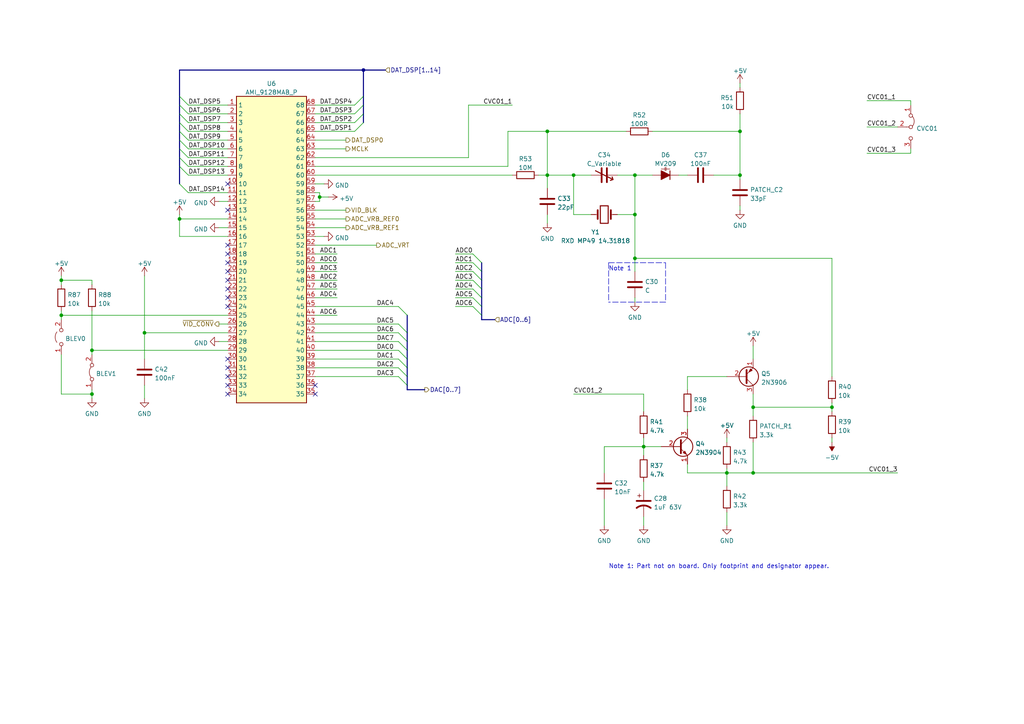
<source format=kicad_sch>
(kicad_sch (version 20211123) (generator eeschema)
  (paper "A4")
  (title_block (title "Video Processor") (date "2023-05-24") (rev "3"))
  (lib_symbols
    (symbol "Device:C" (pin_numbers hide) (pin_names (offset 0.254))
      (property "Reference" "C" (at 0.635 2.54 0))
      (property "Value" "C" (at 0.635 -2.54 0))
      (symbol "C_0_1"
        (polyline (pts (xy -2.032 -0.762) (xy 2.032 -0.762)) (stroke (width 0.508)))
        (polyline (pts (xy -2.032 0.762) (xy 2.032 0.762)) (stroke (width 0.508)))
      )
      (symbol "C_1_1"
        (pin passive line (at 0 3.81 270) (length 2.794) (name "~") (number "1"))
        (pin passive line (at 0 -3.81 90) (length 2.794) (name "~") (number "2"))
      )
    )
    (symbol "Device:C_Polarized_US" (pin_numbers hide) (pin_names (offset 0.254) hide)
      (property "Reference" "C" (at 0.635 2.54 0))
      (property "Value" "C_Polarized_US" (at 0.635 -2.54 0))
      (symbol "C_Polarized_US_0_1"
        (polyline (pts (xy -2.032 0.762) (xy 2.032 0.762)) (stroke (width 0.508)))
        (polyline (pts (xy -1.778 2.286) (xy -0.762 2.286)))
        (polyline (pts (xy -1.27 1.778) (xy -1.27 2.794)))
        (arc (start 2.032 -1.27) (mid 0 -0.5572) (end -2.032 -1.27) (stroke (width 0.508)))
      )
      (symbol "C_Polarized_US_1_1"
        (pin passive line (at 0 3.81 270) (length 2.794) (name "~") (number "1"))
        (pin passive line (at 0 -3.81 90) (length 3.302) (name "~") (number "2"))
      )
    )
    (symbol "Device:C_Variable" (pin_numbers hide) (pin_names (offset 0.254) hide)
      (property "Reference" "C" (at 0.635 -1.905 0))
      (property "Value" "C_Variable" (at 0.635 -3.81 0))
      (symbol "C_Variable_0_1"
        (polyline (pts (xy -2.032 -0.762) (xy 2.032 -0.762)) (stroke (width 0.508)))
        (polyline (pts (xy -2.032 0.762) (xy 2.032 0.762)) (stroke (width 0.508)))
        (polyline (pts (xy 1.27 2.54) (xy -1.27 -2.54)) (stroke (width 0.3048)))
        (polyline (pts (xy 1.27 2.54) (xy 0.508 2.286)) (stroke (width 0.3048)))
        (polyline (pts (xy 1.27 2.54) (xy 1.524 1.778)) (stroke (width 0.3048)))
      )
      (symbol "C_Variable_1_1"
        (pin passive line (at 0 3.81 270) (length 3.048) (name "~") (number "1"))
        (pin passive line (at 0 -3.81 90) (length 3.048) (name "~") (number "2"))
      )
    )
    (symbol "Device:Crystal" (pin_numbers hide) (pin_names (offset 1.016) hide)
      (property "Reference" "Y" (at 0 3.81 0))
      (property "Value" "Crystal" (at 0 -3.81 0))
      (symbol "Crystal_0_1"
        (rectangle (start -1.143 2.54) (end 1.143 -2.54) (stroke (width 0.3048)))
        (polyline (pts (xy -2.54 0) (xy -1.905 0)))
        (polyline (pts (xy -1.905 -1.27) (xy -1.905 1.27)) (stroke (width 0.508)))
        (polyline (pts (xy 1.905 -1.27) (xy 1.905 1.27)) (stroke (width 0.508)))
        (polyline (pts (xy 2.54 0) (xy 1.905 0)))
      )
      (symbol "Crystal_1_1"
        (pin passive line (at -3.81 0 0) (length 1.27) (name "1") (number "1"))
        (pin passive line (at 3.81 0 180) (length 1.27) (name "2") (number "2"))
      )
    )
    (symbol "Device:D_Capacitance_Filled" (pin_numbers hide) (pin_names (offset 1.016) hide)
      (property "Reference" "D" (at 0 2.54 0))
      (property "Value" "D_Capacitance_Filled" (at 0 -3.302 0))
      (symbol "D_Capacitance_Filled_0_1"
        (polyline (pts (xy -1.27 -1.778) (xy -0.1524 -1.778)))
        (polyline (pts (xy -1.27 0) (xy 1.27 0)))
        (polyline (pts (xy -1.27 1.27) (xy -1.27 -1.27)) (stroke (width 0.254)))
        (polyline (pts (xy -0.1524 -1.27) (xy -0.1524 -2.286)))
        (polyline (pts (xy 0.1524 -1.778) (xy 1.27 -1.778)))
        (polyline (pts (xy 0.1524 -1.27) (xy 0.1524 -2.286)))
        (polyline (pts (xy 1.27 1.27) (xy 1.27 -1.27) (xy -1.27 0) (xy 1.27 1.27)) (stroke (width 0.254)) (fill (type outline)))
      )
      (symbol "D_Capacitance_Filled_1_1"
        (pin passive line (at -3.81 0 0) (length 2.54) (name "K") (number "1"))
        (pin passive line (at 3.81 0 180) (length 2.54) (name "A") (number "2"))
      )
    )
    (symbol "Device:R" (pin_numbers hide) (pin_names (offset 0))
      (property "Reference" "R" (at 2.032 0 90))
      (property "Value" "R" (at 0 0 90))
      (symbol "R_0_1"
        (rectangle (start -1.016 -2.54) (end 1.016 2.54) (stroke (width 0.254)))
      )
      (symbol "R_1_1"
        (pin passive line (at 0 3.81 270) (length 1.27) (name "~") (number "1"))
        (pin passive line (at 0 -3.81 90) (length 1.27) (name "~") (number "2"))
      )
    )
    (symbol "Jumper:Jumper_2_Bridged" (pin_names (offset 0) hide)
      (property "Reference" "JP" (at 0 1.905 0))
      (property "Value" "Jumper_2_Bridged" (at 0 -2.54 0))
      (symbol "Jumper_2_Bridged_0_0"
        (circle (center -2.032 0) (radius 0.508))
        (circle (center 2.032 0) (radius 0.508))
      )
      (symbol "Jumper_2_Bridged_0_1"
        (arc (start 1.524 0.254) (mid 0 0.762) (end -1.524 0.254))
      )
      (symbol "Jumper_2_Bridged_1_1"
        (pin passive line (at -5.08 0 0) (length 2.54) (name "A") (number "1"))
        (pin passive line (at 5.08 0 180) (length 2.54) (name "B") (number "2"))
      )
    )
    (symbol "Jumper:Jumper_2_Open" (pin_names (offset 0) hide)
      (property "Reference" "JP" (at 0 2.794 0))
      (property "Value" "Jumper_2_Open" (at 0 -2.286 0))
      (symbol "Jumper_2_Open_0_0"
        (circle (center -2.032 0) (radius 0.508))
        (circle (center 2.032 0) (radius 0.508))
      )
      (symbol "Jumper_2_Open_0_1"
        (arc (start 1.524 1.27) (mid 0 1.778) (end -1.524 1.27))
      )
      (symbol "Jumper_2_Open_1_1"
        (pin passive line (at -5.08 0 0) (length 2.54) (name "A") (number "1"))
        (pin passive line (at 5.08 0 180) (length 2.54) (name "B") (number "2"))
      )
    )
    (symbol "Jumper:Jumper_3_Bridged12" (pin_names (offset 0) hide)
      (property "Reference" "JP" (at -2.54 -2.54 0))
      (property "Value" "Jumper_3_Bridged12" (at 0 2.794 0))
      (symbol "Jumper_3_Bridged12_0_0"
        (circle (center -3.302 0) (radius 0.508))
        (circle (center 0 0) (radius 0.508))
        (circle (center 3.302 0) (radius 0.508))
      )
      (symbol "Jumper_3_Bridged12_0_1"
        (arc (start -0.254 0.508) (mid -1.651 0.9912) (end -3.048 0.508))
        (polyline (pts (xy 0 -1.27) (xy 0 -0.508)))
      )
      (symbol "Jumper_3_Bridged12_1_1"
        (pin passive line (at -6.35 0 0) (length 2.54) (name "A") (number "1"))
        (pin passive line (at 0 -3.81 90) (length 2.54) (name "C") (number "2"))
        (pin passive line (at 6.35 0 180) (length 2.54) (name "B") (number "3"))
      )
    )
    (symbol "Transistor_BJT:2N3904" (pin_names (offset 0) hide)
      (property "Reference" "Q" (at 5.08 1.905 0))
      (property "Value" "2N3904" (at 5.08 0 0))
      (symbol "2N3904_0_1"
        (polyline (pts (xy 0.635 0.635) (xy 2.54 2.54)))
        (polyline (pts (xy 0.635 -0.635) (xy 2.54 -2.54) (xy 2.54 -2.54)))
        (polyline (pts (xy 0.635 1.905) (xy 0.635 -1.905) (xy 0.635 -1.905)) (stroke (width 0.508)))
        (polyline (pts (xy 1.27 -1.778) (xy 1.778 -1.27) (xy 2.286 -2.286) (xy 1.27 -1.778) (xy 1.27 -1.778)) (fill (type outline)))
        (circle (center 1.27 0) (radius 2.8194) (stroke (width 0.254)))
      )
      (symbol "2N3904_1_1"
        (pin passive line (at 2.54 -5.08 90) (length 2.54) (name "E") (number "1"))
        (pin passive line (at -5.08 0 0) (length 5.715) (name "B") (number "2"))
        (pin passive line (at 2.54 5.08 270) (length 2.54) (name "C") (number "3"))
      )
    )
    (symbol "Transistor_BJT:2N3906" (pin_names (offset 0) hide)
      (property "Reference" "Q" (at 5.08 1.905 0))
      (property "Value" "2N3906" (at 5.08 0 0))
      (symbol "2N3906_0_1"
        (polyline (pts (xy 0.635 0.635) (xy 2.54 2.54)))
        (polyline (pts (xy 0.635 -0.635) (xy 2.54 -2.54) (xy 2.54 -2.54)))
        (polyline (pts (xy 0.635 1.905) (xy 0.635 -1.905) (xy 0.635 -1.905)) (stroke (width 0.508)))
        (polyline (pts (xy 2.286 -1.778) (xy 1.778 -2.286) (xy 1.27 -1.27) (xy 2.286 -1.778) (xy 2.286 -1.778)) (fill (type outline)))
        (circle (center 1.27 0) (radius 2.8194) (stroke (width 0.254)))
      )
      (symbol "2N3906_1_1"
        (pin passive line (at 2.54 -5.08 90) (length 2.54) (name "E") (number "1"))
        (pin input line (at -5.08 0 0) (length 5.715) (name "B") (number "2"))
        (pin passive line (at 2.54 5.08 270) (length 2.54) (name "C") (number "3"))
      )
    )
    (symbol "Videonics Proceessor Plus:AMI_9128MAB_P"
      (property "Reference" "U" (at -10.16 44.45 0))
      (property "Value" "AMI_9128MAB_P" (at -10.16 -46.99 0))
      (symbol "AMI_9128MAB_P_0_0"
        (rectangle (start -10.16 44.45) (end 10.16 -44.45) (stroke (width 0.254)) (fill (type background)))
      )
      (symbol "AMI_9128MAB_P_1_1"
        (pin passive line (at -12.7 41.91 0) (length 2.54) (name "1") (number "1"))
        (pin passive line (at -12.7 19.05 0) (length 2.54) (name "10") (number "10"))
        (pin passive line (at -12.7 16.51 0) (length 2.54) (name "11") (number "11"))
        (pin passive line (at -12.7 13.97 0) (length 2.54) (name "12") (number "12"))
        (pin passive line (at -12.7 11.43 0) (length 2.54) (name "13") (number "13"))
        (pin passive line (at -12.7 8.89 0) (length 2.54) (name "14") (number "14"))
        (pin passive line (at -12.7 6.35 0) (length 2.54) (name "15") (number "15"))
        (pin passive line (at -12.7 3.81 0) (length 2.54) (name "16") (number "16"))
        (pin passive line (at -12.7 1.27 0) (length 2.54) (name "17") (number "17"))
        (pin passive line (at -12.7 -1.27 0) (length 2.54) (name "18") (number "18"))
        (pin passive line (at -12.7 -3.81 0) (length 2.54) (name "19") (number "19"))
        (pin passive line (at -12.7 39.37 0) (length 2.54) (name "2") (number "2"))
        (pin passive line (at -12.7 -6.35 0) (length 2.54) (name "20") (number "20"))
        (pin passive line (at -12.7 -8.89 0) (length 2.54) (name "21") (number "21"))
        (pin passive line (at -12.7 -11.43 0) (length 2.54) (name "22") (number "22"))
        (pin passive line (at -12.7 -13.97 0) (length 2.54) (name "23") (number "23"))
        (pin passive line (at -12.7 -16.51 0) (length 2.54) (name "24") (number "24"))
        (pin passive line (at -12.7 -19.05 0) (length 2.54) (name "25") (number "25"))
        (pin passive line (at -12.7 -21.59 0) (length 2.54) (name "26") (number "26"))
        (pin passive line (at -12.7 -24.13 0) (length 2.54) (name "27") (number "27"))
        (pin passive line (at -12.7 -26.67 0) (length 2.54) (name "28") (number "28"))
        (pin passive line (at -12.7 -29.21 0) (length 2.54) (name "29") (number "29"))
        (pin passive line (at -12.7 36.83 0) (length 2.54) (name "3") (number "3"))
        (pin passive line (at -12.7 -31.75 0) (length 2.54) (name "30") (number "30"))
        (pin passive line (at -12.7 -34.29 0) (length 2.54) (name "31") (number "31"))
        (pin passive line (at -12.7 -36.83 0) (length 2.54) (name "32") (number "32"))
        (pin passive line (at -12.7 -39.37 0) (length 2.54) (name "33") (number "33"))
        (pin passive line (at -12.7 -41.91 0) (length 2.54) (name "34") (number "34"))
        (pin passive line (at 12.7 -41.91 180) (length 2.54) (name "35") (number "35"))
        (pin passive line (at 12.7 -39.37 180) (length 2.54) (name "36") (number "36"))
        (pin passive line (at 12.7 -36.83 180) (length 2.54) (name "37") (number "37"))
        (pin passive line (at 12.7 -34.29 180) (length 2.54) (name "38") (number "38"))
        (pin passive line (at 12.7 -31.75 180) (length 2.54) (name "39") (number "39"))
        (pin passive line (at -12.7 34.29 0) (length 2.54) (name "4") (number "4"))
        (pin passive line (at 12.7 -29.21 180) (length 2.54) (name "40") (number "40"))
        (pin passive line (at 12.7 -26.67 180) (length 2.54) (name "41") (number "41"))
        (pin passive line (at 12.7 -24.13 180) (length 2.54) (name "42") (number "42"))
        (pin passive line (at 12.7 -21.59 180) (length 2.54) (name "43") (number "43"))
        (pin passive line (at 12.7 -19.05 180) (length 2.54) (name "44") (number "44"))
        (pin passive line (at 12.7 -16.51 180) (length 2.54) (name "45") (number "45"))
        (pin passive line (at 12.7 -13.97 180) (length 2.54) (name "46") (number "46"))
        (pin passive line (at 12.7 -11.43 180) (length 2.54) (name "47") (number "47"))
        (pin passive line (at 12.7 -8.89 180) (length 2.54) (name "48") (number "48"))
        (pin passive line (at 12.7 -6.35 180) (length 2.54) (name "49") (number "49"))
        (pin passive line (at -12.7 31.75 0) (length 2.54) (name "5") (number "5"))
        (pin passive line (at 12.7 -3.81 180) (length 2.54) (name "50") (number "50"))
        (pin passive line (at 12.7 -1.27 180) (length 2.54) (name "51") (number "51"))
        (pin passive line (at 12.7 1.27 180) (length 2.54) (name "52") (number "52"))
        (pin passive line (at 12.7 3.81 180) (length 2.54) (name "53") (number "53"))
        (pin passive line (at 12.7 6.35 180) (length 2.54) (name "54") (number "54"))
        (pin passive line (at 12.7 8.89 180) (length 2.54) (name "55") (number "55"))
        (pin passive line (at 12.7 11.43 180) (length 2.54) (name "56") (number "56"))
        (pin passive line (at 12.7 13.97 180) (length 2.54) (name "57") (number "57"))
        (pin passive line (at 12.7 16.51 180) (length 2.54) (name "58") (number "58"))
        (pin passive line (at 12.7 19.05 180) (length 2.54) (name "59") (number "59"))
        (pin passive line (at -12.7 29.21 0) (length 2.54) (name "6") (number "6"))
        (pin passive line (at 12.7 21.59 180) (length 2.54) (name "60") (number "60"))
        (pin passive line (at 12.7 24.13 180) (length 2.54) (name "61") (number "61"))
        (pin passive line (at 12.7 26.67 180) (length 2.54) (name "62") (number "62"))
        (pin passive line (at 12.7 29.21 180) (length 2.54) (name "63") (number "63"))
        (pin passive line (at 12.7 31.75 180) (length 2.54) (name "64") (number "64"))
        (pin passive line (at 12.7 34.29 180) (length 2.54) (name "65") (number "65"))
        (pin passive line (at 12.7 36.83 180) (length 2.54) (name "66") (number "66"))
        (pin passive line (at 12.7 39.37 180) (length 2.54) (name "67") (number "67"))
        (pin passive line (at 12.7 41.91 180) (length 2.54) (name "68") (number "68"))
        (pin passive line (at -12.7 26.67 0) (length 2.54) (name "7") (number "7"))
        (pin passive line (at -12.7 24.13 0) (length 2.54) (name "8") (number "8"))
        (pin passive line (at -12.7 21.59 0) (length 2.54) (name "9") (number "9"))
      )
    )
    (symbol "power:+5V" (power) (pin_names (offset 0))
      (property "Value" "+5V" (at 0 3.556 0))
      (symbol "+5V_0_1"
        (polyline (pts (xy -0.762 1.27) (xy 0 2.54)))
        (polyline (pts (xy 0 0) (xy 0 2.54)))
        (polyline (pts (xy 0 2.54) (xy 0.762 1.27)))
      )
      (symbol "+5V_1_1"
        (pin power_in line (at 0 0 90) (length 0) hide (name "+5V") (number "1"))
      )
    )
    (symbol "power:-5V" (power) (pin_names (offset 0))
      (property "Value" "-5V" (at 0 3.81 0))
      (symbol "-5V_0_0"
        (pin power_in line (at 0 0 90) (length 0) hide (name "-5V") (number "1"))
      )
      (symbol "-5V_0_1"
        (polyline (pts (xy 0 0) (xy 0 1.27) (xy 0.762 1.27) (xy 0 2.54) (xy -0.762 1.27) (xy 0 1.27)) (fill (type outline)))
      )
    )
    (symbol "power:GND" (power) (pin_names (offset 0))
      (property "Value" "GND" (at 0 -3.81 0))
      (symbol "GND_0_1"
        (polyline (pts (xy 0 0) (xy 0 -1.27) (xy 1.27 -1.27) (xy 0 -2.54) (xy -1.27 -1.27) (xy 0 -1.27)))
      )
      (symbol "GND_1_1"
        (pin power_in line (at 0 0 270) (length 0) hide (name "GND") (number "1"))
      )
    )
  )
  (junction (at 241.3 118.11))
  (junction (at 184.15 62.23))
  (junction (at 92.71 57.15))
  (junction (at 158.75 50.8))
  (junction (at 17.78 91.44))
  (junction (at 214.63 50.8))
  (junction (at 218.44 118.11))
  (junction (at 184.15 74.93))
  (junction (at 26.67 101.6))
  (junction (at 214.63 38.1))
  (junction (at 26.67 114.3))
  (junction (at 41.91 96.52))
  (junction (at 218.44 137.16))
  (junction (at 184.15 50.8))
  (junction (at 166.37 50.8))
  (junction (at 52.07 63.5))
  (junction (at 105.41 20.32))
  (junction (at 210.82 137.16))
  (junction (at 186.69 129.54))
  (junction (at 158.75 38.1))
  (junction (at 17.78 81.28))
  (no_connect (at 66.04 73.66))
  (no_connect (at 66.04 106.68))
  (no_connect (at 66.04 114.3))
  (no_connect (at 66.04 109.22))
  (no_connect (at 66.04 111.76))
  (no_connect (at 66.04 86.36))
  (no_connect (at 66.04 88.9))
  (no_connect (at 66.04 104.14))
  (no_connect (at 66.04 71.12))
  (no_connect (at 91.44 111.76))
  (no_connect (at 66.04 53.34))
  (no_connect (at 66.04 78.74))
  (no_connect (at 66.04 60.96))
  (no_connect (at 91.44 114.3))
  (no_connect (at 66.04 81.28))
  (no_connect (at 66.04 76.2))
  (no_connect (at 66.04 83.82))
  (bus_entry (at 52.07 33.02) (size 2.54 2.54))
  (bus_entry (at 105.41 35.56) (size -2.54 2.54))
  (bus_entry (at 115.57 101.6) (size 2.54 2.54))
  (bus_entry (at 105.41 30.48) (size -2.54 2.54))
  (bus_entry (at 139.7 76.2) (size -2.54 -2.54))
  (bus_entry (at 115.57 96.52) (size 2.54 2.54))
  (bus_entry (at 139.7 91.44) (size -2.54 -2.54))
  (bus_entry (at 52.07 53.34) (size 2.54 2.54))
  (bus_entry (at 52.07 48.26) (size 2.54 2.54))
  (bus_entry (at 115.57 109.22) (size 2.54 2.54))
  (bus_entry (at 52.07 35.56) (size 2.54 2.54))
  (bus_entry (at 115.57 88.9) (size 2.54 2.54))
  (bus_entry (at 139.7 81.28) (size -2.54 -2.54))
  (bus_entry (at 139.7 88.9) (size -2.54 -2.54))
  (bus_entry (at 139.7 78.74) (size -2.54 -2.54))
  (bus_entry (at 105.41 33.02) (size -2.54 2.54))
  (bus_entry (at 52.07 45.72) (size 2.54 2.54))
  (bus_entry (at 139.7 83.82) (size -2.54 -2.54))
  (bus_entry (at 52.07 27.94) (size 2.54 2.54))
  (bus_entry (at 139.7 86.36) (size -2.54 -2.54))
  (bus_entry (at 52.07 40.64) (size 2.54 2.54))
  (bus_entry (at 115.57 104.14) (size 2.54 2.54))
  (bus_entry (at 52.07 30.48) (size 2.54 2.54))
  (bus_entry (at 115.57 106.68) (size 2.54 2.54))
  (bus_entry (at 115.57 99.06) (size 2.54 2.54))
  (bus_entry (at 115.57 93.98) (size 2.54 2.54))
  (bus_entry (at 52.07 38.1) (size 2.54 2.54))
  (bus_entry (at 105.41 27.94) (size -2.54 2.54))
  (bus_entry (at 52.07 43.18) (size 2.54 2.54))
  (bus (pts (xy 118.11 113.03) (xy 123.19 113.03)))
  (wire (pts (xy 91.44 88.9) (xy 115.57 88.9)))
  (wire (pts (xy 132.08 78.74) (xy 137.16 78.74)))
  (wire (pts (xy 189.23 50.8) (xy 184.15 50.8)))
  (wire (pts (xy 132.08 73.66) (xy 137.16 73.66)))
  (wire (pts (xy 241.3 116.84) (xy 241.3 118.11)))
  (wire (pts (xy 158.75 50.8) (xy 158.75 54.61)))
  (bus (pts (xy 118.11 106.68) (xy 118.11 109.22)))
  (wire (pts (xy 54.61 35.56) (xy 66.04 35.56)))
  (wire (pts (xy 207.01 50.8) (xy 214.63 50.8)))
  (bus (pts (xy 139.7 78.74) (xy 139.7 81.28)))
  (wire (pts (xy 132.08 76.2) (xy 137.16 76.2)))
  (wire (pts (xy 158.75 38.1) (xy 181.61 38.1)))
  (wire (pts (xy 264.16 30.48) (xy 264.16 29.21)))
  (wire (pts (xy 91.44 96.52) (xy 115.57 96.52)))
  (bus (pts (xy 118.11 109.22) (xy 118.11 111.76)))
  (wire (pts (xy 91.44 58.42) (xy 92.71 58.42)))
  (wire (pts (xy 186.69 119.38) (xy 186.69 114.3)))
  (wire (pts (xy 184.15 86.36) (xy 184.15 87.63)))
  (wire (pts (xy 241.3 74.93) (xy 241.3 109.22)))
  (wire (pts (xy 26.67 101.6) (xy 26.67 102.87)))
  (wire (pts (xy 241.3 118.11) (xy 241.3 119.38)))
  (wire (pts (xy 91.44 40.64) (xy 100.33 40.64)))
  (wire (pts (xy 17.78 114.3) (xy 26.67 114.3)))
  (bus (pts (xy 118.11 96.52) (xy 118.11 91.44)))
  (wire (pts (xy 91.44 91.44) (xy 97.79 91.44)))
  (wire (pts (xy 184.15 74.93) (xy 241.3 74.93)))
  (wire (pts (xy 214.63 38.1) (xy 214.63 50.8)))
  (wire (pts (xy 41.91 111.76) (xy 41.91 115.57)))
  (bus (pts (xy 139.7 86.36) (xy 139.7 88.9)))
  (wire (pts (xy 52.07 68.58) (xy 66.04 68.58)))
  (wire (pts (xy 91.44 83.82) (xy 97.79 83.82)))
  (bus (pts (xy 118.11 104.14) (xy 118.11 101.6)))
  (wire (pts (xy 91.44 60.96) (xy 100.33 60.96)))
  (wire (pts (xy 26.67 90.17) (xy 26.67 101.6)))
  (bus (pts (xy 105.41 27.94) (xy 105.41 30.48)))
  (wire (pts (xy 199.39 137.16) (xy 199.39 134.62)))
  (wire (pts (xy 17.78 81.28) (xy 17.78 82.55)))
  (bus (pts (xy 105.41 30.48) (xy 105.41 33.02)))
  (wire (pts (xy 218.44 120.65) (xy 218.44 118.11)))
  (bus (pts (xy 105.41 33.02) (xy 105.41 35.56)))
  (wire (pts (xy 91.44 78.74) (xy 97.79 78.74)))
  (wire (pts (xy 214.63 59.69) (xy 214.63 60.96)))
  (wire (pts (xy 210.82 140.97) (xy 210.82 137.16)))
  (bus (pts (xy 52.07 35.56) (xy 52.07 38.1)))
  (wire (pts (xy 26.67 82.55) (xy 26.67 81.28)))
  (wire (pts (xy 91.44 66.04) (xy 100.33 66.04)))
  (wire (pts (xy 52.07 63.5) (xy 52.07 68.58)))
  (bus (pts (xy 52.07 38.1) (xy 52.07 40.64)))
  (wire (pts (xy 186.69 139.7) (xy 186.69 142.24)))
  (wire (pts (xy 26.67 114.3) (xy 26.67 115.57)))
  (wire (pts (xy 54.61 33.02) (xy 66.04 33.02)))
  (bus (pts (xy 118.11 101.6) (xy 118.11 99.06)))
  (wire (pts (xy 186.69 129.54) (xy 191.77 129.54)))
  (wire (pts (xy 175.26 137.16) (xy 175.26 129.54)))
  (wire (pts (xy 210.82 127) (xy 210.82 128.27)))
  (wire (pts (xy 158.75 50.8) (xy 166.37 50.8)))
  (wire (pts (xy 241.3 127) (xy 241.3 128.27)))
  (wire (pts (xy 199.39 109.22) (xy 199.39 113.03)))
  (wire (pts (xy 17.78 90.17) (xy 17.78 91.44)))
  (wire (pts (xy 135.89 30.48) (xy 148.59 30.48)))
  (bus (pts (xy 139.7 81.28) (xy 139.7 83.82)))
  (wire (pts (xy 92.71 58.42) (xy 92.71 57.15)))
  (wire (pts (xy 92.71 55.88) (xy 91.44 55.88)))
  (wire (pts (xy 132.08 81.28) (xy 137.16 81.28)))
  (wire (pts (xy 91.44 81.28) (xy 97.79 81.28)))
  (bus (pts (xy 139.7 83.82) (xy 139.7 86.36)))
  (wire (pts (xy 52.07 62.23) (xy 52.07 63.5)))
  (wire (pts (xy 218.44 128.27) (xy 218.44 137.16)))
  (wire (pts (xy 147.32 38.1) (xy 158.75 38.1)))
  (wire (pts (xy 214.63 50.8) (xy 214.63 52.07)))
  (wire (pts (xy 166.37 50.8) (xy 171.45 50.8)))
  (wire (pts (xy 199.39 120.65) (xy 199.39 124.46)))
  (wire (pts (xy 91.44 43.18) (xy 100.33 43.18)))
  (bus (pts (xy 139.7 91.44) (xy 139.7 92.71)))
  (wire (pts (xy 91.44 99.06) (xy 115.57 99.06)))
  (wire (pts (xy 184.15 74.93) (xy 184.15 62.23)))
  (wire (pts (xy 186.69 129.54) (xy 186.69 132.08)))
  (wire (pts (xy 17.78 80.01) (xy 17.78 81.28)))
  (bus (pts (xy 118.11 111.76) (xy 118.11 113.03)))
  (wire (pts (xy 54.61 38.1) (xy 66.04 38.1)))
  (wire (pts (xy 26.67 113.03) (xy 26.67 114.3)))
  (wire (pts (xy 184.15 50.8) (xy 179.07 50.8)))
  (wire (pts (xy 218.44 137.16) (xy 210.82 137.16)))
  (wire (pts (xy 41.91 96.52) (xy 66.04 96.52)))
  (wire (pts (xy 17.78 102.87) (xy 17.78 114.3)))
  (wire (pts (xy 251.46 44.45) (xy 264.16 44.45)))
  (bus (pts (xy 139.7 88.9) (xy 139.7 91.44)))
  (wire (pts (xy 63.5 99.06) (xy 66.04 99.06)))
  (wire (pts (xy 66.04 63.5) (xy 52.07 63.5)))
  (wire (pts (xy 186.69 149.86) (xy 186.69 152.4)))
  (wire (pts (xy 210.82 109.22) (xy 199.39 109.22)))
  (bus (pts (xy 118.11 99.06) (xy 118.11 96.52)))
  (polyline (pts (xy 176.53 76.2) (xy 193.04 76.2)))
  (wire (pts (xy 91.44 63.5) (xy 100.33 63.5)))
  (wire (pts (xy 132.08 83.82) (xy 137.16 83.82)))
  (wire (pts (xy 91.44 109.22) (xy 115.57 109.22)))
  (wire (pts (xy 210.82 137.16) (xy 199.39 137.16)))
  (wire (pts (xy 91.44 86.36) (xy 97.79 86.36)))
  (bus (pts (xy 52.07 20.32) (xy 52.07 27.94)))
  (wire (pts (xy 92.71 57.15) (xy 95.25 57.15)))
  (polyline (pts (xy 193.04 76.2) (xy 193.04 87.63)))
  (wire (pts (xy 218.44 100.33) (xy 218.44 104.14)))
  (bus (pts (xy 118.11 106.68) (xy 118.11 104.14)))
  (wire (pts (xy 91.44 71.12) (xy 109.22 71.12)))
  (wire (pts (xy 175.26 129.54) (xy 186.69 129.54)))
  (wire (pts (xy 54.61 45.72) (xy 66.04 45.72)))
  (wire (pts (xy 218.44 114.3) (xy 218.44 118.11)))
  (wire (pts (xy 91.44 104.14) (xy 115.57 104.14)))
  (wire (pts (xy 166.37 62.23) (xy 166.37 50.8)))
  (wire (pts (xy 41.91 96.52) (xy 41.91 104.14)))
  (wire (pts (xy 179.07 62.23) (xy 184.15 62.23)))
  (wire (pts (xy 214.63 24.13) (xy 214.63 25.4)))
  (wire (pts (xy 91.44 68.58) (xy 93.98 68.58)))
  (wire (pts (xy 251.46 29.21) (xy 264.16 29.21)))
  (wire (pts (xy 196.85 50.8) (xy 199.39 50.8)))
  (wire (pts (xy 158.75 38.1) (xy 158.75 50.8)))
  (bus (pts (xy 52.07 33.02) (xy 52.07 35.56)))
  (wire (pts (xy 92.71 57.15) (xy 92.71 55.88)))
  (wire (pts (xy 54.61 50.8) (xy 66.04 50.8)))
  (wire (pts (xy 91.44 73.66) (xy 97.79 73.66)))
  (wire (pts (xy 156.21 50.8) (xy 158.75 50.8)))
  (bus (pts (xy 139.7 76.2) (xy 139.7 78.74)))
  (wire (pts (xy 63.5 58.42) (xy 66.04 58.42)))
  (bus (pts (xy 105.41 20.32) (xy 111.76 20.32)))
  (wire (pts (xy 26.67 81.28) (xy 17.78 81.28)))
  (wire (pts (xy 184.15 74.93) (xy 184.15 78.74)))
  (wire (pts (xy 264.16 43.18) (xy 264.16 44.45)))
  (wire (pts (xy 135.89 45.72) (xy 135.89 30.48)))
  (wire (pts (xy 214.63 33.02) (xy 214.63 38.1)))
  (bus (pts (xy 105.41 20.32) (xy 105.41 27.94)))
  (wire (pts (xy 218.44 137.16) (xy 260.35 137.16)))
  (wire (pts (xy 132.08 88.9) (xy 137.16 88.9)))
  (polyline (pts (xy 176.53 76.2) (xy 176.53 87.63)))
  (bus (pts (xy 52.07 48.26) (xy 52.07 53.34)))
  (wire (pts (xy 241.3 118.11) (xy 218.44 118.11)))
  (wire (pts (xy 175.26 144.78) (xy 175.26 152.4)))
  (wire (pts (xy 63.5 66.04) (xy 66.04 66.04)))
  (wire (pts (xy 251.46 36.83) (xy 260.35 36.83)))
  (wire (pts (xy 171.45 62.23) (xy 166.37 62.23)))
  (bus (pts (xy 52.07 43.18) (xy 52.07 45.72)))
  (wire (pts (xy 91.44 35.56) (xy 102.87 35.56)))
  (wire (pts (xy 91.44 50.8) (xy 148.59 50.8)))
  (wire (pts (xy 91.44 33.02) (xy 102.87 33.02)))
  (wire (pts (xy 17.78 91.44) (xy 17.78 92.71)))
  (wire (pts (xy 54.61 30.48) (xy 66.04 30.48)))
  (wire (pts (xy 91.44 48.26) (xy 147.32 48.26)))
  (bus (pts (xy 52.07 45.72) (xy 52.07 48.26)))
  (wire (pts (xy 17.78 91.44) (xy 66.04 91.44)))
  (wire (pts (xy 66.04 101.6) (xy 26.67 101.6)))
  (wire (pts (xy 186.69 129.54) (xy 186.69 127)))
  (wire (pts (xy 91.44 106.68) (xy 115.57 106.68)))
  (wire (pts (xy 91.44 101.6) (xy 115.57 101.6)))
  (wire (pts (xy 189.23 38.1) (xy 214.63 38.1)))
  (polyline (pts (xy 193.04 87.63) (xy 176.53 87.63)))
  (wire (pts (xy 63.5 93.98) (xy 66.04 93.98)))
  (bus (pts (xy 143.51 92.71) (xy 139.7 92.71)))
  (wire (pts (xy 91.44 93.98) (xy 115.57 93.98)))
  (wire (pts (xy 147.32 48.26) (xy 147.32 38.1)))
  (bus (pts (xy 52.07 30.48) (xy 52.07 33.02)))
  (wire (pts (xy 41.91 80.01) (xy 41.91 96.52)))
  (bus (pts (xy 52.07 40.64) (xy 52.07 43.18)))
  (wire (pts (xy 54.61 48.26) (xy 66.04 48.26)))
  (wire (pts (xy 54.61 40.64) (xy 66.04 40.64)))
  (wire (pts (xy 210.82 148.59) (xy 210.82 152.4)))
  (wire (pts (xy 132.08 86.36) (xy 137.16 86.36)))
  (wire (pts (xy 54.61 43.18) (xy 66.04 43.18)))
  (wire (pts (xy 91.44 76.2) (xy 97.79 76.2)))
  (wire (pts (xy 186.69 114.3) (xy 166.37 114.3)))
  (wire (pts (xy 158.75 62.23) (xy 158.75 64.77)))
  (bus (pts (xy 52.07 27.94) (xy 52.07 30.48)))
  (wire (pts (xy 91.44 38.1) (xy 102.87 38.1)))
  (wire (pts (xy 184.15 62.23) (xy 184.15 50.8)))
  (wire (pts (xy 210.82 135.89) (xy 210.82 137.16)))
  (wire (pts (xy 91.44 30.48) (xy 102.87 30.48)))
  (wire (pts (xy 91.44 45.72) (xy 135.89 45.72)))
  (bus (pts (xy 105.41 20.32) (xy 52.07 20.32)))
  (wire (pts (xy 91.44 53.34) (xy 93.98 53.34)))
  (wire (pts (xy 54.61 55.88) (xy 66.04 55.88)))
  (text "Note 1" (at 176.53 78.74 0) (effects (font (size 1.27 1.27)) (justify left bottom)))
  (text "Note 1: Part not on board. Only footprint and designator appear." (at 176.53 165.1 0) (effects (font (size 1.27 1.27)) (justify left bottom)))
  (label "DAT_DSP1" (at 92.71 38.1 0))
  (label "ADC5" (at 97.79 83.82 180))
  (label "ADC2" (at 97.79 81.28 180))
  (label "ADC4" (at 97.79 86.36 180))
  (label "ADC2" (at 132.08 78.74 0))
  (label "DAC1" (at 109.22 104.14 0))
  (label "DAC0" (at 109.22 101.6 0))
  (label "ADC0" (at 132.08 73.66 0))
  (label "ADC6" (at 97.79 91.44 180))
  (label "CVC01_1" (at 251.46 29.21 0))
  (label "ADC1" (at 132.08 76.2 0))
  (label "CVC01_3" (at 260.35 137.16 180))
  (label "CVC01_1" (at 148.59 30.48 180))
  (label "DAC7" (at 109.22 99.06 0))
  (label "DAT_DSP5" (at 54.61 30.48 0))
  (label "ADC4" (at 132.08 83.82 0))
  (label "DAT_DSP6" (at 54.61 33.02 0))
  (label "ADC1" (at 97.79 73.66 180))
  (label "ADC3" (at 97.79 78.74 180))
  (label "ADC5" (at 132.08 86.36 0))
  (label "DAT_DSP14" (at 54.61 55.88 0))
  (label "DAC3" (at 109.22 109.22 0))
  (label "DAC4" (at 109.22 88.9 0))
  (label "DAT_DSP11" (at 54.61 45.72 0))
  (label "DAC5" (at 109.22 93.98 0))
  (label "DAC6" (at 109.22 96.52 0))
  (label "DAT_DSP10" (at 54.61 43.18 0))
  (label "DAT_DSP13" (at 54.61 50.8 0))
  (label "DAT_DSP2" (at 92.71 35.56 0))
  (label "ADC0" (at 97.79 76.2 180))
  (label "ADC3" (at 132.08 81.28 0))
  (label "DAT_DSP12" (at 54.61 48.26 0))
  (label "DAT_DSP7" (at 54.61 35.56 0))
  (label "DAT_DSP4" (at 92.71 30.48 0))
  (label "DAC2" (at 109.22 106.68 0))
  (label "DAT_DSP9" (at 54.61 40.64 0))
  (label "CVC01_2" (at 166.37 114.3 0))
  (label "DAT_DSP3" (at 92.71 33.02 0))
  (label "CVC01_2" (at 251.46 36.83 0))
  (label "CVC01_3" (at 251.46 44.45 0))
  (label "ADC6" (at 132.08 88.9 0))
  (label "DAT_DSP8" (at 54.61 38.1 0))
  (hierarchical_label "MCLK" (shape output) (at 100.33 43.18 0))
  (hierarchical_label "DAT_DSP0" (shape output) (at 100.33 40.64 0))
  (hierarchical_label "DAT_DSP[1..14]" (shape input) (at 111.76 20.32 0))
  (hierarchical_label "ADC_VRB_REF0" (shape output) (at 100.33 63.5 0))
  (hierarchical_label "~{VID_CONV}" (shape output) (at 63.5 93.98 180))
  (hierarchical_label "DAC[0..7]" (shape output) (at 123.19 113.03 0))
  (hierarchical_label "ADC_VRB_REF1" (shape output) (at 100.33 66.04 0))
  (hierarchical_label "ADC_VRT" (shape output) (at 109.22 71.12 0))
  (hierarchical_label "VID_BLK" (shape output) (at 100.33 60.96 0))
  (hierarchical_label "ADC[0..6]" (shape input) (at 143.51 92.71 0))
  (symbol (lib_id "Device:C_Polarized_US") (at 186.69 146.05 0) (unit 1)
    (property "Reference" "C28" (at 189.611 144.5803 0) (effects (justify left)))
    (property "Value" "1uF 63V" (at 189.611 147.1172 0) (effects (justify left)))
  )
  (symbol (lib_id "Device:C") (at 203.2 50.8 90) (unit 1)
    (property "Reference" "C37" (at 203.2 44.9412 90))
    (property "Value" "100nF" (at 203.2 47.4781 90))
  )
  (symbol (lib_id "Device:R") (at 17.78 86.36 0) (unit 1)
    (property "Reference" "R87" (at 19.558 85.5253 0) (effects (justify left)))
    (property "Value" "10k" (at 19.558 88.0622 0) (effects (justify left)))
  )
  (symbol (lib_id "power:GND") (at 158.75 64.77 0) (unit 1)
    (property "Reference" "#PWR0163" (effects hide))
    (property "Value" "GND" (at 158.75 69.2134 0))
  )
  (symbol (lib_id "Device:R") (at 210.82 144.78 0) (unit 1)
    (property "Reference" "R42" (at 212.598 143.9453 0) (effects (justify left)))
    (property "Value" "3.3k" (at 212.598 146.4822 0) (effects (justify left)))
  )
  (symbol (lib_id "power:GND") (at 186.69 152.4 0) (unit 1)
    (property "Reference" "#PWR0166" (effects hide))
    (property "Value" "GND" (at 186.69 156.8434 0))
  )
  (symbol (lib_id "Videonics Proceessor Plus:AMI_9128MAB_P") (at 78.74 72.39 0) (unit 1)
    (property "Reference" "U6" (at 78.74 24.2402 0))
    (property "Value" "AMI_9128MAB_P" (at 78.74 26.7771 0))
  )
  (symbol (lib_id "power:+5V") (at 95.25 57.15 270) (unit 1)
    (property "Reference" "#PWR0159" (effects hide))
    (property "Value" "+5V" (at 98.425 57.5838 90) (effects (justify left)))
  )
  (symbol (lib_id "Device:C") (at 214.63 55.88 0) (unit 1)
    (property "Reference" "PATCH_C2" (at 217.551 55.0453 0) (effects (justify left)))
    (property "Value" "33pF" (at 217.551 57.5822 0) (effects (justify left)))
  )
  (symbol (lib_id "Device:R") (at 26.67 86.36 0) (unit 1)
    (property "Reference" "R88" (at 28.448 85.5253 0) (effects (justify left)))
    (property "Value" "10k" (at 28.448 88.0622 0) (effects (justify left)))
  )
  (symbol (lib_id "Jumper:Jumper_2_Bridged") (at 26.67 107.95 90) (unit 1)
    (property "Reference" "BLEV1" (at 27.813 108.3838 90) (effects (justify right)))
    (property "Value" "BLEV1" (effects hide))
  )
  (symbol (lib_id "power:-5V") (at 241.3 128.27 180) (unit 1)
    (property "Reference" "#PWR0170" (effects hide))
    (property "Value" "-5V" (at 241.3 132.7134 0))
  )
  (symbol (lib_id "power:GND") (at 175.26 152.4 0) (unit 1)
    (property "Reference" "#PWR0167" (effects hide))
    (property "Value" "GND" (at 175.26 156.8434 0))
  )
  (symbol (lib_id "power:GND") (at 210.82 152.4 0) (unit 1)
    (property "Reference" "#PWR0165" (effects hide))
    (property "Value" "GND" (at 210.82 156.8434 0))
  )
  (symbol (lib_id "power:GND") (at 214.63 60.96 0) (unit 1)
    (property "Reference" "#PWR0162" (effects hide))
    (property "Value" "GND" (at 214.63 65.4034 0))
  )
  (symbol (lib_id "power:GND") (at 63.5 58.42 270) (unit 1)
    (property "Reference" "#PWR0156" (effects hide))
    (property "Value" "GND" (at 60.3251 58.8538 90) (effects (justify right)))
  )
  (symbol (lib_id "Device:Crystal") (at 175.26 62.23 0) (unit 1)
    (property "Reference" "Y1" (at 172.72 67.3131 0))
    (property "Value" "RXD MP49 14.31818" (at 172.72 69.85 0))
  )
  (symbol (lib_id "Transistor_BJT:2N3904") (at 196.85 129.54 0) (unit 1)
    (property "Reference" "Q4" (at 201.7014 128.7053 0) (effects (justify left)))
    (property "Value" "2N3904" (at 201.7014 131.2422 0) (effects (justify left)))
    (property "Footprint" "Package_TO_SOT_THT:TO-92_Inline" (effects hide))
    (property "Datasheet" "https://www.onsemi.com/pub/Collateral/2N3903-D.PDF" (effects hide))
  )
  (symbol (lib_id "power:+5V") (at 218.44 100.33 0) (unit 1)
    (property "Reference" "#PWR0169" (effects hide))
    (property "Value" "+5V" (at 218.44 96.7542 0))
  )
  (symbol (lib_id "power:GND") (at 63.5 99.06 270) (unit 1)
    (property "Reference" "#PWR0153" (effects hide))
    (property "Value" "GND" (at 60.3251 99.4938 90) (effects (justify right)))
  )
  (symbol (lib_id "Device:R") (at 185.42 38.1 270) (mirror x) (unit 1)
    (property "Reference" "R52" (at 185.42 33.3842 90))
    (property "Value" "100R" (at 185.42 35.9211 90))
  )
  (symbol (lib_id "power:GND") (at 41.91 115.57 0) (unit 1)
    (property "Reference" "#PWR0154" (effects hide))
    (property "Value" "GND" (at 41.91 120.0134 0))
  )
  (symbol (lib_id "power:GND") (at 63.5 66.04 270) (unit 1)
    (property "Reference" "#PWR0157" (effects hide))
    (property "Value" "GND" (at 60.3251 66.4738 90) (effects (justify right)))
  )
  (symbol (lib_id "Device:R") (at 241.3 123.19 0) (unit 1)
    (property "Reference" "R39" (at 243.078 122.3553 0) (effects (justify left)))
    (property "Value" "10k" (at 243.078 124.8922 0) (effects (justify left)))
  )
  (symbol (lib_id "power:+5V") (at 17.78 80.01 0) (unit 1)
    (property "Reference" "#PWR0116" (effects hide))
    (property "Value" "+5V" (at 17.78 76.4342 0))
  )
  (symbol (lib_id "Device:R") (at 186.69 135.89 180) (unit 1)
    (property "Reference" "R37" (at 188.468 135.0553 0) (effects (justify right)))
    (property "Value" "4.7k" (at 188.468 137.5922 0) (effects (justify right)))
  )
  (symbol (lib_id "Device:R") (at 241.3 113.03 0) (unit 1)
    (property "Reference" "R40" (at 243.078 112.1953 0) (effects (justify left)))
    (property "Value" "10k" (at 243.078 114.7322 0) (effects (justify left)))
  )
  (symbol (lib_id "power:GND") (at 26.67 115.57 0) (unit 1)
    (property "Reference" "#PWR0115" (effects hide))
    (property "Value" "GND" (at 26.67 120.0134 0))
  )
  (symbol (lib_id "power:+5V") (at 41.91 80.01 0) (unit 1)
    (property "Reference" "#PWR0155" (effects hide))
    (property "Value" "+5V" (at 41.91 76.4342 0))
  )
  (symbol (lib_id "power:GND") (at 93.98 68.58 90) (unit 1)
    (property "Reference" "#PWR0158" (effects hide))
    (property "Value" "GND" (at 97.155 69.0138 90) (effects (justify right)))
  )
  (symbol (lib_id "power:+5V") (at 214.63 24.13 0) (unit 1)
    (property "Reference" "#PWR0161" (effects hide))
    (property "Value" "+5V" (at 214.63 20.5542 0))
  )
  (symbol (lib_id "Jumper:Jumper_2_Open") (at 17.78 97.79 90) (unit 1)
    (property "Reference" "BLEV0" (at 18.923 98.2238 90) (effects (justify right)))
    (property "Value" "BLEV0" (effects hide))
  )
  (symbol (lib_id "Device:R") (at 218.44 124.46 180) (unit 1)
    (property "Reference" "PATCH_R1" (at 220.218 123.6253 0) (effects (justify right)))
    (property "Value" "3.3k" (at 220.218 126.1622 0) (effects (justify right)))
  )
  (symbol (lib_id "Device:R") (at 214.63 29.21 0) (mirror x) (unit 1)
    (property "Reference" "R51" (at 212.852 28.3753 0) (effects (justify right)))
    (property "Value" "10k" (at 212.852 30.9122 0) (effects (justify right)))
  )
  (symbol (lib_id "power:GND") (at 93.98 53.34 90) (unit 1)
    (property "Reference" "#PWR0160" (effects hide))
    (property "Value" "GND" (at 97.155 53.7738 90) (effects (justify right)))
  )
  (symbol (lib_id "Device:C_Variable") (at 175.26 50.8 270) (unit 1)
    (property "Reference" "C34" (at 175.26 44.9412 90))
    (property "Value" "C_Variable" (at 175.26 47.4781 90))
  )
  (symbol (lib_id "power:GND") (at 184.15 87.63 0) (unit 1)
    (property "Reference" "#PWR0164" (effects hide))
    (property "Value" "GND" (at 184.15 92.0734 0))
  )
  (symbol (lib_id "Device:R") (at 199.39 116.84 180) (unit 1)
    (property "Reference" "R38" (at 201.168 116.0053 0) (effects (justify right)))
    (property "Value" "10k" (at 201.168 118.5422 0) (effects (justify right)))
  )
  (symbol (lib_id "power:+5V") (at 52.07 62.23 0) (unit 1)
    (property "Reference" "#PWR0114" (effects hide))
    (property "Value" "+5V" (at 52.07 58.6542 0))
  )
  (symbol (lib_id "Device:C") (at 41.91 107.95 0) (unit 1)
    (property "Reference" "C42" (at 44.831 107.1153 0) (effects (justify left)))
    (property "Value" "100nF" (at 44.831 109.6522 0) (effects (justify left)))
  )
  (symbol (lib_id "Device:C") (at 184.15 82.55 0) (unit 1)
    (property "Reference" "C30" (at 187.071 81.7153 0) (effects (justify left)))
    (property "Value" "C" (at 187.071 84.2522 0) (effects (justify left)))
  )
  (symbol (lib_id "Device:D_Capacitance_Filled") (at 193.04 50.8 180) (unit 1)
    (property "Reference" "D6" (at 193.04 44.9412 0))
    (property "Value" "MV209" (at 193.04 47.4781 0))
  )
  (symbol (lib_id "Device:R") (at 152.4 50.8 90) (unit 1)
    (property "Reference" "R53" (at 152.4 46.0842 90))
    (property "Value" "10M" (at 152.4 48.6211 90))
  )
  (symbol (lib_id "Device:R") (at 210.82 132.08 0) (unit 1)
    (property "Reference" "R43" (at 212.598 131.2453 0) (effects (justify left)))
    (property "Value" "4.7k" (at 212.598 133.7822 0) (effects (justify left)))
  )
  (symbol (lib_id "Transistor_BJT:2N3906") (at 215.9 109.22 0) (mirror x) (unit 1)
    (property "Reference" "Q5" (at 220.7514 108.3853 0) (effects (justify left)))
    (property "Value" "2N3906" (at 220.7514 110.9222 0) (effects (justify left)))
    (property "Footprint" "Package_TO_SOT_THT:TO-92_Inline" (effects hide))
    (property "Datasheet" "https://www.onsemi.com/pub/Collateral/2N3906-D.PDF" (effects hide))
  )
  (symbol (lib_id "Device:R") (at 186.69 123.19 180) (unit 1)
    (property "Reference" "R41" (at 188.468 122.3553 0) (effects (justify right)))
    (property "Value" "4.7k" (at 188.468 124.8922 0) (effects (justify right)))
  )
  (symbol (lib_id "Jumper:Jumper_3_Bridged12") (at 264.16 36.83 270) (unit 1)
    (property "Reference" "CVC01" (at 265.7862 37.2638 90) (effects (justify left)))
    (property "Value" "CVC01" (effects hide))
  )
  (symbol (lib_id "Device:C") (at 158.75 58.42 0) (unit 1)
    (property "Reference" "C33" (at 161.671 57.5853 0) (effects (justify left)))
    (property "Value" "22pF" (at 161.671 60.1222 0) (effects (justify left)))
  )
  (symbol (lib_id "Device:C") (at 175.26 140.97 0) (unit 1)
    (property "Reference" "C32" (at 178.181 140.1353 0) (effects (justify left)))
    (property "Value" "10nF" (at 178.181 142.6722 0) (effects (justify left)))
  )
  (symbol (lib_id "power:+5V") (at 210.82 127 0) (unit 1)
    (property "Reference" "#PWR0168" (effects hide))
    (property "Value" "+5V" (at 210.82 123.4242 0))
  )
)
</source>
